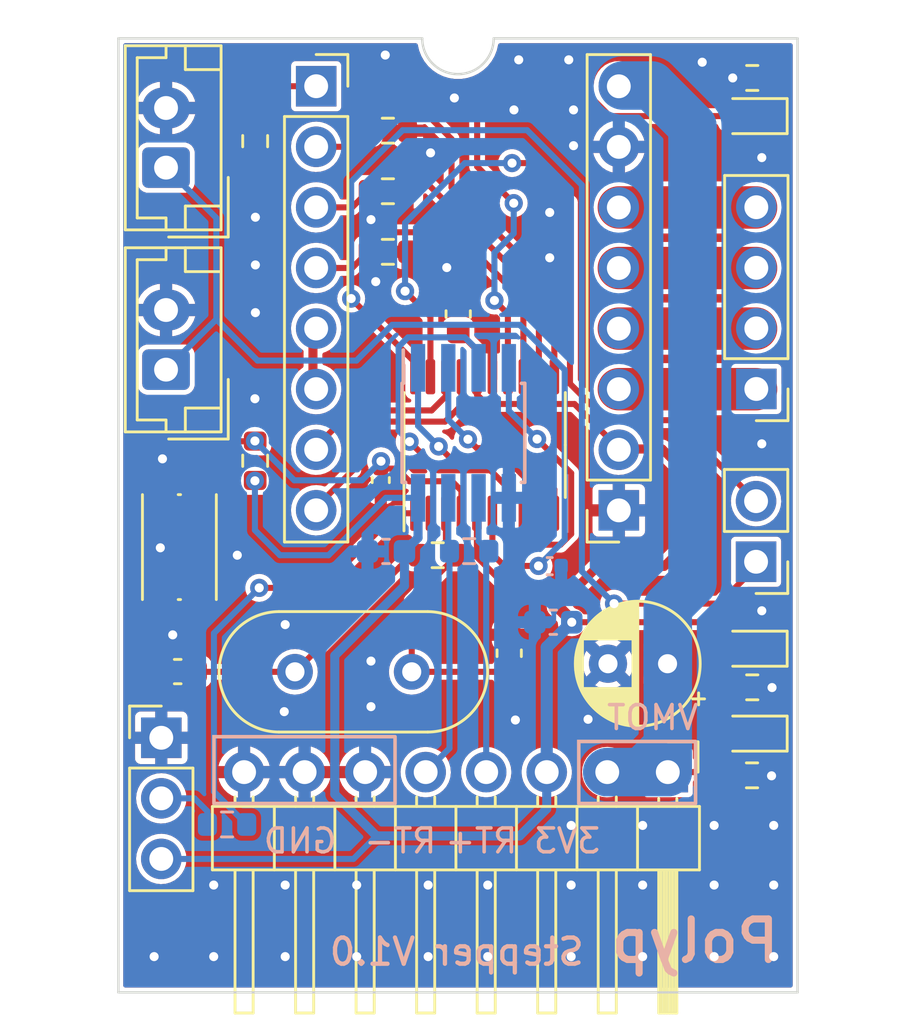
<source format=kicad_pcb>
(kicad_pcb (version 20211014) (generator pcbnew)
  (layers (0 "F.Cu" signal) (31 "B.Cu" signal) (34 "B.Paste" user) (35 "F.Paste" user) (36 "B.SilkS" user "B.Silkscreen") (37 "F.SilkS" user "F.Silkscreen") (38 "B.Mask" user) (39 "F.Mask" user) (44 "Edge.Cuts" user))
  (net 0 "")
  (net 1 "GND")
  (net 2 "+3V3")
  (net 3 "/OSC_IN")
  (net 4 "/OSC_OUT")
  (net 5 "/LIMIT_SW_0")
  (net 6 "/~{RESET}")
  (net 7 "Net-(D1-Pad1)")
  (net 8 "/LED")
  (net 9 "/1B")
  (net 10 "/1A")
  (net 11 "Net-(J7-Pad5)")
  (net 12 "VPP")
  (net 13 "/RS485-")
  (net 14 "/RS485+")
  (net 15 "/SWCLK")
  (net 16 "/SWDIO")
  (net 17 "/BOOT0")
  (net 18 "/MS1")
  (net 19 "/M_EN")
  (net 20 "/MS2")
  (net 21 "/MS3")
  (net 22 "/RS485_DE")
  (net 23 "/RS485_TX")
  (net 24 "/RS485_RX")
  (net 25 "/~{RS485_RE}")
  (net 26 "/STEP")
  (net 27 "/DIR")
  (net 28 "Net-(J6-Pad2)")
  (net 29 "Net-(D3-Pad1)")
  (net 30 "Net-(D2-Pad1)")
  (net 31 "/2B")
  (net 32 "/2A")
  (footprint "Capacitor_SMD:C_0603_1608Metric" (layer "F.Cu") (at 134.99 80.55)
    (fp_text reference "C3" hide)
    (fp_text value "22pF")
    (pad "1" smd roundrect (at -0.775 0) (size 0.9 0.95) (layers "F.Cu" "F.Paste" "F.Mask") (net 1 "GND"))
    (pad "2" smd roundrect (at 0.775 0) (size 0.9 0.95) (layers "F.Cu" "F.Paste" "F.Mask") (net 3 "/OSC_IN"))
  )
  (footprint "Capacitor_THT:CP_Radial_D5.0mm_P2.50mm" (layer "F.Cu") (at 155.545113 80.22 180)
    (fp_text reference "C1" hide)
    (fp_text value "100uF")
    (pad "1" thru_hole rect (at 0 0 180) (size 1.6 1.6) (drill 0.8) (layers *.Cu *.Mask) (net 12 "VPP"))
    (pad "2" thru_hole circle (at 2.5 0 180) (size 1.6 1.6) (drill 0.8) (layers *.Cu *.Mask) (net 1 "GND"))
  )
  (footprint "Crystal:Crystal_HC18-U_Vertical" (layer "F.Cu") (at 144.81 80.56 180)
    (fp_text reference "Y1" hide)
    (fp_text value "8MHz")
    (pad "1" thru_hole circle (at 0 0 180) (size 1.5 1.5) (drill 0.8) (layers *.Cu *.Mask) (net 4 "/OSC_OUT"))
    (pad "2" thru_hole circle (at 4.9 0 180) (size 1.5 1.5) (drill 0.8) (layers *.Cu *.Mask) (net 3 "/OSC_IN"))
  )
  (footprint "Capacitor_SMD:C_0603_1608Metric" (layer "F.Cu") (at 148.9 79.78 -90)
    (fp_text reference "C6" hide)
    (fp_text value "22pF")
    (pad "1" smd roundrect (at -0.775 0 270) (size 0.9 0.95) (layers "F.Cu" "F.Paste" "F.Mask") (net 1 "GND"))
    (pad "2" smd roundrect (at 0.775 0 270) (size 0.9 0.95) (layers "F.Cu" "F.Paste" "F.Mask") (net 4 "/OSC_OUT"))
  )
  (footprint "Connector_PinHeader_2.54mm:PinHeader_1x04_P2.54mm_Vertical" (layer "F.Cu") (at 159.27 68.7 180)
    (fp_text reference "J1" hide)
    (fp_text value "Limit Switch")
    (pad "1" thru_hole rect (at 0 0 180) (size 1.7 1.7) (drill 1) (layers *.Cu *.Mask) (net 9 "/1B"))
    (pad "2" thru_hole oval (at 0 2.54 180) (size 1.7 1.7) (drill 1) (layers *.Cu *.Mask) (net 10 "/1A"))
    (pad "3" thru_hole oval (at 0 5.08 180) (size 1.7 1.7) (drill 1) (layers *.Cu *.Mask) (net 32 "/2A"))
    (pad "4" thru_hole oval (at 0 7.62 180) (size 1.7 1.7) (drill 1) (layers *.Cu *.Mask) (net 31 "/2B"))
  )
  (footprint "Resistor_SMD:R_0603_1608Metric" (layer "F.Cu") (at 143.81 62.95)
    (fp_text reference "R4" hide)
    (fp_text value "10k")
    (pad "1" smd roundrect (at -0.825 0) (size 0.8 0.95) (layers "F.Cu" "F.Paste" "F.Mask") (net 21 "/MS3"))
    (pad "2" smd roundrect (at 0.825 0) (size 0.8 0.95) (layers "F.Cu" "F.Paste" "F.Mask") (net 1 "GND"))
  )
  (footprint "Connector_PinSocket_2.54mm:PinSocket_1x08_P2.54mm_Vertical" (layer "F.Cu") (at 153.5 73.79 180)
    (fp_text reference "J8" hide)
    (fp_text value "Conn_01x08_Female")
    (pad "1" thru_hole rect (at 0 0 180) (size 1.7 1.7) (drill 1) (layers *.Cu *.Mask) (net 1 "GND"))
    (pad "2" thru_hole oval (at 0 2.54 180) (size 1.7 1.7) (drill 1) (layers *.Cu *.Mask) (net 2 "+3V3"))
    (pad "3" thru_hole oval (at 0 5.08 180) (size 1.7 1.7) (drill 1) (layers *.Cu *.Mask) (net 9 "/1B"))
    (pad "4" thru_hole oval (at 0 7.62 180) (size 1.7 1.7) (drill 1) (layers *.Cu *.Mask) (net 10 "/1A"))
    (pad "5" thru_hole oval (at 0 10.16 180) (size 1.7 1.7) (drill 1) (layers *.Cu *.Mask) (net 32 "/2A"))
    (pad "6" thru_hole oval (at 0 12.7 180) (size 1.7 1.7) (drill 1) (layers *.Cu *.Mask) (net 31 "/2B"))
    (pad "7" thru_hole oval (at 0 15.24 180) (size 1.7 1.7) (drill 1) (layers *.Cu *.Mask) (net 1 "GND"))
    (pad "8" thru_hole oval (at 0 17.78 180) (size 1.7 1.7) (drill 1) (layers *.Cu *.Mask) (net 12 "VPP"))
  )
  (footprint "Connector_JST:JST_EH_B2B-EH-A_1x02_P2.50mm_Vertical" (layer "F.Cu") (at 134.5 59.42 90)
    (fp_text reference "J3" hide)
    (fp_text value "Limit Switch")
    (pad "1" thru_hole roundrect (at 0 0 90) (size 1.7 2) (drill 1) (layers *.Cu *.Mask) (roundrect_rratio 0.147059) (net 5 "/LIMIT_SW_0"))
    (pad "2" thru_hole oval (at 2.5 0 90) (size 1.7 2) (drill 1) (layers *.Cu *.Mask) (net 1 "GND"))
  )
  (footprint "Connector_PinHeader_2.54mm:PinHeader_1x03_P2.54mm_Vertical" (layer "F.Cu") (at 134.3 83.325)
    (fp_text reference "J6" hide)
    (fp_text value "Conn_01x04_Male")
    (pad "1" thru_hole rect (at 0 0) (size 1.7 1.7) (drill 1) (layers *.Cu *.Mask) (net 1 "GND"))
    (pad "2" thru_hole oval (at 0 2.54) (size 1.7 1.7) (drill 1) (layers *.Cu *.Mask) (net 28 "Net-(J6-Pad2)"))
    (pad "3" thru_hole oval (at 0 5.08) (size 1.7 1.7) (drill 1) (layers *.Cu *.Mask) (net 2 "+3V3"))
  )
  (footprint "Resistor_SMD:R_0603_1608Metric" (layer "F.Cu") (at 145.9 75.67 180)
    (fp_text reference "R6" hide)
    (fp_text value "1M")
    (pad "1" smd roundrect (at -0.825 0 180) (size 0.8 0.95) (layers "F.Cu" "F.Paste" "F.Mask") (net 4 "/OSC_OUT"))
    (pad "2" smd roundrect (at 0.825 0 180) (size 0.8 0.95) (layers "F.Cu" "F.Paste" "F.Mask") (net 3 "/OSC_IN"))
  )
  (footprint "Resistor_SMD:R_0603_1608Metric" (layer "F.Cu") (at 159.1 55.66 180)
    (fp_text reference "R7" hide)
    (fp_text value "1K")
    (pad "1" smd roundrect (at -0.825 0 180) (size 0.8 0.95) (layers "F.Cu" "F.Paste" "F.Mask") (net 7 "Net-(D1-Pad1)"))
    (pad "2" smd roundrect (at 0.825 0 180) (size 0.8 0.95) (layers "F.Cu" "F.Paste" "F.Mask") (net 1 "GND"))
  )
  (footprint "Resistor_SMD:R_0603_1608Metric" (layer "F.Cu") (at 138.24 58.31 -90)
    (fp_text reference "R2" hide)
    (fp_text value "10k")
    (pad "1" smd roundrect (at -0.825 0 270) (size 0.8 0.95) (layers "F.Cu" "F.Paste" "F.Mask") (net 19 "/M_EN"))
    (pad "2" smd roundrect (at 0.825 0 270) (size 0.8 0.95) (layers "F.Cu" "F.Paste" "F.Mask") (net 1 "GND"))
  )
  (footprint "LED_SMD:LED_0603_1608Metric" (layer "F.Cu") (at 159.08 79.59 180)
    (fp_text reference "D2" hide)
    (fp_text value "LED_Small_Filled")
    (pad "1" smd roundrect (at -0.7875 0 180) (size 0.875 0.95) (layers "F.Cu" "F.Paste" "F.Mask") (net 30 "Net-(D2-Pad1)"))
    (pad "2" smd roundrect (at 0.7875 0 180) (size 0.875 0.95) (layers "F.Cu" "F.Paste" "F.Mask") (net 2 "+3V3"))
  )
  (footprint "Capacitor_SMD:C_0603_1608Metric" (layer "F.Cu") (at 146.76 65.56 -90)
    (fp_text reference "C5" hide)
    (fp_text value "0.1uF")
    (pad "1" smd roundrect (at -0.775 0 270) (size 0.9 0.95) (layers "F.Cu" "F.Paste" "F.Mask") (net 1 "GND"))
    (pad "2" smd roundrect (at 0.775 0 270) (size 0.9 0.95) (layers "F.Cu" "F.Paste" "F.Mask") (net 2 "+3V3"))
  )
  (footprint "LED_SMD:LED_0603_1608Metric" (layer "F.Cu") (at 159.08 57.26 180)
    (fp_text reference "D1" hide)
    (fp_text value "LED_Small_Filled")
    (pad "1" smd roundrect (at -0.7875 0 180) (size 0.875 0.95) (layers "F.Cu" "F.Paste" "F.Mask") (net 7 "Net-(D1-Pad1)"))
    (pad "2" smd roundrect (at 0.7875 0 180) (size 0.875 0.95) (layers "F.Cu" "F.Paste" "F.Mask") (net 8 "/LED"))
  )
  (footprint "Capacitor_SMD:C_0402_1005Metric" (layer "F.Cu") (at 143.51 72.52 -90)
    (fp_text reference "C8" hide)
    (fp_text value "10nF")
    (pad "1" smd roundrect (at -0.48 0 270) (size 0.56 0.62) (layers "F.Cu" "F.Paste" "F.Mask") (net 6 "/~{RESET}"))
    (pad "2" smd roundrect (at 0.48 0 270) (size 0.56 0.62) (layers "F.Cu" "F.Paste" "F.Mask") (net 1 "GND"))
  )
  (footprint "Connector_PinHeader_2.54mm:PinHeader_1x02_P2.54mm_Vertical" (layer "F.Cu") (at 159.26 75.945 180)
    (fp_text reference "J5" hide)
    (fp_text value "Conn_01x08_Male")
    (pad "1" thru_hole rect (at 0 0 180) (size 1.7 1.7) (drill 1) (layers *.Cu *.Mask) (net 15 "/SWCLK"))
    (pad "2" thru_hole oval (at 0 2.54 180) (size 1.7 1.7) (drill 1) (layers *.Cu *.Mask) (net 16 "/SWDIO"))
  )
  (footprint "Resistor_SMD:R_0603_1608Metric" (layer "F.Cu") (at 143.81 60.41)
    (fp_text reference "R3" hide)
    (fp_text value "10k")
    (pad "1" smd roundrect (at -0.825 0) (size 0.8 0.95) (layers "F.Cu" "F.Paste" "F.Mask") (net 20 "/MS2"))
    (pad "2" smd roundrect (at 0.825 0) (size 0.8 0.95) (layers "F.Cu" "F.Paste" "F.Mask") (net 1 "GND"))
  )
  (footprint "Resistor_SMD:R_0603_1608Metric" (layer "F.Cu") (at 159.09 84.9)
    (fp_text reference "R10" hide)
    (fp_text value "10k")
    (pad "1" smd roundrect (at -0.825 0) (size 0.8 0.95) (layers "F.Cu" "F.Paste" "F.Mask") (net 29 "Net-(D3-Pad1)"))
    (pad "2" smd roundrect (at 0.825 0) (size 0.8 0.95) (layers "F.Cu" "F.Paste" "F.Mask") (net 1 "GND"))
  )
  (footprint "Resistor_SMD:R_0603_1608Metric" (layer "F.Cu") (at 143.81 57.87)
    (fp_text reference "R1" hide)
    (fp_text value "10k")
    (pad "1" smd roundrect (at -0.825 0) (size 0.8 0.95) (layers "F.Cu" "F.Paste" "F.Mask") (net 18 "/MS1"))
    (pad "2" smd roundrect (at 0.825 0) (size 0.8 0.95) (layers "F.Cu" "F.Paste" "F.Mask") (net 1 "GND"))
  )
  (footprint "Connector_PinSocket_2.54mm:PinSocket_1x08_P2.54mm_Vertical" (layer "F.Cu") (at 140.8 56.007)
    (fp_text reference "J7" hide)
    (fp_text value "Conn_01x08_Female")
    (pad "1" thru_hole rect (at 0 0) (size 1.7 1.7) (drill 1) (layers *.Cu *.Mask) (net 19 "/M_EN"))
    (pad "2" thru_hole oval (at 0 2.54) (size 1.7 1.7) (drill 1) (layers *.Cu *.Mask) (net 18 "/MS1"))
    (pad "3" thru_hole oval (at 0 5.08) (size 1.7 1.7) (drill 1) (layers *.Cu *.Mask) (net 20 "/MS2"))
    (pad "4" thru_hole oval (at 0 7.62) (size 1.7 1.7) (drill 1) (layers *.Cu *.Mask) (net 21 "/MS3"))
    (pad "5" thru_hole oval (at 0 10.16) (size 1.7 1.7) (drill 1) (layers *.Cu *.Mask) (net 11 "Net-(J7-Pad5)"))
    (pad "6" thru_hole oval (at 0 12.7) (size 1.7 1.7) (drill 1) (layers *.Cu *.Mask) (net 11 "Net-(J7-Pad5)"))
    (pad "7" thru_hole oval (at 0 15.24) (size 1.7 1.7) (drill 1) (layers *.Cu *.Mask) (net 26 "/STEP"))
    (pad "8" thru_hole oval (at 0 17.78) (size 1.7 1.7) (drill 1) (layers *.Cu *.Mask) (net 27 "/DIR"))
  )
  (footprint "Connector_JST:JST_EH_B2B-EH-A_1x02_P2.50mm_Vertical" (layer "F.Cu") (at 134.5 67.89 90)
    (fp_text reference "J4" hide)
    (fp_text value "Limit Switch")
    (pad "1" thru_hole roundrect (at 0 0 90) (size 1.7 2) (drill 1) (layers *.Cu *.Mask) (roundrect_rratio 0.147059) (net 5 "/LIMIT_SW_0"))
    (pad "2" thru_hole oval (at 2.5 0 90) (size 1.7 2) (drill 1) (layers *.Cu *.Mask) (net 1 "GND"))
  )
  (footprint "Package_SO:TSSOP-20_4.4x6.5mm_P0.65mm" (layer "F.Cu") (at 147.87 71.05 90)
    (fp_text reference "U1" hide)
    (fp_text value "STM32F031F6Px")
    (pad "1" smd roundrect (at -2.8625 -2.925 90) (size 1.475 0.4) (layers "F.Cu" "F.Paste" "F.Mask") (net 17 "/BOOT0"))
    (pad "2" smd roundrect (at -2.8625 -2.275 90) (size 1.475 0.4) (layers "F.Cu" "F.Paste" "F.Mask") (net 3 "/OSC_IN"))
    (pad "3" smd roundrect (at -2.8625 -1.625 90) (size 1.475 0.4) (layers "F.Cu" "F.Paste" "F.Mask") (net 4 "/OSC_OUT"))
    (pad "4" smd roundrect (at -2.8625 -0.975 90) (size 1.475 0.4) (layers "F.Cu" "F.Paste" "F.Mask") (net 6 "/~{RESET}"))
    (pad "5" smd roundrect (at -2.8625 -0.325 90) (size 1.475 0.4) (layers "F.Cu" "F.Paste" "F.Mask") (net 2 "+3V3"))
    (pad "6" smd roundrect (at -2.8625 0.325 90) (size 1.475 0.4) (layers "F.Cu" "F.Paste" "F.Mask") (net 5 "/LIMIT_SW_0"))
    (pad "7" smd roundrect (at -2.8625 0.975 90) (size 1.475 0.4) (layers "F.Cu" "F.Paste" "F.Mask") (net 22 "/RS485_DE"))
    (pad "8" smd roundrect (at -2.8625 1.625 90) (size 1.475 0.4) (layers "F.Cu" "F.Paste" "F.Mask") (net 23 "/RS485_TX"))
    (pad "9" smd roundrect (at -2.8625 2.275 90) (size 1.475 0.4) (layers "F.Cu" "F.Paste" "F.Mask") (net 24 "/RS485_RX"))
    (pad "10" smd roundrect (at -2.8625 2.925 90) (size 1.475 0.4) (layers "F.Cu" "F.Paste" "F.Mask") (net 25 "/~{RS485_RE}"))
    (pad "11" smd roundrect (at 2.8625 2.925 90) (size 1.475 0.4) (layers "F.Cu" "F.Paste" "F.Mask") (net 18 "/MS1"))
    (pad "12" smd roundrect (at 2.8625 2.275 90) (size 1.475 0.4) (layers "F.Cu" "F.Paste" "F.Mask") (net 20 "/MS2"))
    (pad "13" smd roundrect (at 2.8625 1.625 90) (size 1.475 0.4) (layers "F.Cu" "F.Paste" "F.Mask") (net 21 "/MS3"))
    (pad "14" smd roundrect (at 2.8625 0.975 90) (size 1.475 0.4) (layers "F.Cu" "F.Paste" "F.Mask") (net 8 "/LED"))
    (pad "15" smd roundrect (at 2.8625 0.325 90) (size 1.475 0.4) (layers "F.Cu" "F.Paste" "F.Mask") (net 1 "GND"))
    (pad "16" smd roundrect (at 2.8625 -0.325 90) (size 1.475 0.4) (layers "F.Cu" "F.Paste" "F.Mask") (net 2 "+3V3"))
    (pad "17" smd roundrect (at 2.8625 -0.975 90) (size 1.475 0.4) (layers "F.Cu" "F.Paste" "F.Mask") (net 27 "/DIR"))
    (pad "18" smd roundrect (at 2.8625 -1.625 90) (size 1.475 0.4) (layers "F.Cu" "F.Paste" "F.Mask") (net 26 "/STEP"))
    (pad "19" smd roundrect (at 2.8625 -2.275 90) (size 1.475 0.4) (layers "F.Cu" "F.Paste" "F.Mask") (net 16 "/SWDIO"))
    (pad "20" smd roundrect (at 2.8625 -2.925 90) (size 1.475 0.4) (layers "F.Cu" "F.Paste" "F.Mask") (net 15 "/SWCLK"))
  )
  (footprint "Connector_PinHeader_2.54mm:PinHeader_1x08_P2.54mm_Horizontal" (layer "F.Cu") (at 155.555 84.765 -90)
    (fp_text reference "J2" hide)
    (fp_text value "Limit Switch")
    (pad "1" thru_hole rect (at 0 0 270) (size 1.7 1.7) (drill 1) (layers *.Cu *.Mask) (net 12 "VPP"))
    (pad "2" thru_hole oval (at 0 2.54 270) (size 1.7 1.7) (drill 1) (layers *.Cu *.Mask) (net 12 "VPP"))
    (pad "3" thru_hole oval (at 0 5.08 270) (size 1.7 1.7) (drill 1) (layers *.Cu *.Mask) (net 2 "+3V3"))
    (pad "4" thru_hole oval (at 0 7.62 270) (size 1.7 1.7) (drill 1) (layers *.Cu *.Mask) (net 14 "/RS485+"))
    (pad "5" thru_hole oval (at 0 10.16 270) (size 1.7 1.7) (drill 1) (layers *.Cu *.Mask) (net 13 "/RS485-"))
    (pad "6" thru_hole oval (at 0 12.7 270) (size 1.7 1.7) (drill 1) (layers *.Cu *.Mask) (net 1 "GND"))
    (pad "7" thru_hole oval (at 0 15.24 270) (size 1.7 1.7) (drill 1) (layers *.Cu *.Mask) (net 1 "GND"))
    (pad "8" thru_hole oval (at 0 17.78 270) (size 1.7 1.7) (drill 1) (layers *.Cu *.Mask) (net 1 "GND"))
  )
  (footprint "Button_Switch_SMD:SW_Push_1P1T_NO_CK_KMR2" (layer "F.Cu") (at 135.06 75.33 90)
    (fp_text reference "SW1" hide)
    (fp_text value "SW_Push")
    (pad "1" smd rect (at -2.05 -0.8 90) (size 0.9 1) (layers "F.Cu" "F.Paste" "F.Mask") (net 1 "GND"))
    (pad "1" smd rect (at 2.05 -0.8 90) (size 0.9 1) (layers "F.Cu" "F.Paste" "F.Mask") (net 1 "GND"))
    (pad "2" smd rect (at 2.05 0.8 90) (size 0.9 1) (layers "F.Cu" "F.Paste" "F.Mask") (net 6 "/~{RESET}"))
    (pad "2" smd rect (at -2.05 0.8 90) (size 0.9 1) (layers "F.Cu" "F.Paste" "F.Mask") (net 6 "/~{RESET}"))
  )
  (footprint "Resistor_SMD:R_0603_1608Metric" (layer "F.Cu") (at 159.1 81.21)
    (fp_text reference "R9" hide)
    (fp_text value "10k")
    (pad "1" smd roundrect (at -0.825 0) (size 0.8 0.95) (layers "F.Cu" "F.Paste" "F.Mask") (net 30 "Net-(D2-Pad1)"))
    (pad "2" smd roundrect (at 0.825 0) (size 0.8 0.95) (layers "F.Cu" "F.Paste" "F.Mask") (net 1 "GND"))
  )
  (footprint "Resistor_SMD:R_0603_1608Metric" (layer "F.Cu") (at 138.24 71.71 -90)
    (fp_text reference "R8" hide)
    (fp_text value "10K")
    (pad "1" smd roundrect (at -0.825 0 270) (size 0.8 0.95) (layers "F.Cu" "F.Paste" "F.Mask") (net 6 "/~{RESET}"))
    (pad "2" smd roundrect (at 0.825 0 270) (size 0.8 0.95) (layers "F.Cu" "F.Paste" "F.Mask") (net 2 "+3V3"))
  )
  (footprint "LED_SMD:LED_0603_1608Metric" (layer "F.Cu") (at 159.08 83.15 180)
    (fp_text reference "D3" hide)
    (fp_text value "LED_Small_Filled")
    (pad "1" smd roundrect (at -0.7875 0 180) (size 0.875 0.95) (layers "F.Cu" "F.Paste" "F.Mask") (net 29 "Net-(D3-Pad1)"))
    (pad "2" smd roundrect (at 0.7875 0 180) (size 0.875 0.95) (layers "F.Cu" "F.Paste" "F.Mask") (net 12 "VPP"))
  )
  (footprint "Resistor_SMD:R_0603_1608Metric" (layer "B.Cu") (at 137.06 86.96 180)
    (fp_text reference "R11" hide)
    (fp_text value "10K")
    (pad "1" smd roundrect (at -0.825 0 180) (size 0.8 0.95) (layers "B.Cu" "B.Paste" "B.Mask") (net 17 "/BOOT0"))
    (pad "2" smd roundrect (at 0.825 0 180) (size 0.8 0.95) (layers "B.Cu" "B.Paste" "B.Mask") (net 28 "Net-(J6-Pad2)"))
  )
  (footprint "Resistor_SMD:R_0603_1608Metric" (layer "B.Cu") (at 147.22 75.5)
    (fp_text reference "R5" hide)
    (fp_text value "120")
    (pad "1" smd roundrect (at -0.825 0) (size 0.8 0.95) (layers "B.Cu" "B.Paste" "B.Mask") (net 13 "/RS485-"))
    (pad "2" smd roundrect (at 0.825 0) (size 0.8 0.95) (layers "B.Cu" "B.Paste" "B.Mask") (net 14 "/RS485+"))
  )
  (footprint "Capacitor_SMD:C_0603_1608Metric" (layer "B.Cu") (at 143.73 75.51)
    (fp_text reference "C2" hide)
    (fp_text value "0.1uF")
    (pad "1" smd roundrect (at -0.775 0) (size 0.9 0.95) (layers "B.Cu" "B.Paste" "B.Mask") (net 1 "GND"))
    (pad "2" smd roundrect (at 0.775 0) (size 0.9 0.95) (layers "B.Cu" "B.Paste" "B.Mask") (net 2 "+3V3"))
  )
  (footprint "Capacitor_SMD:C_0402_1005Metric" (layer "B.Cu") (at 150.6 76.13 180)
    (fp_text reference "C7" hide)
    (fp_text value "10nF")
    (pad "1" smd roundrect (at -0.48 0 180) (size 0.56 0.62) (layers "B.Cu" "B.Paste" "B.Mask") (net 1 "GND"))
    (pad "2" smd roundrect (at 0.48 0 180) (size 0.56 0.62) (layers "B.Cu" "B.Paste" "B.Mask") (net 5 "/LIMIT_SW_0"))
  )
  (footprint "Capacitor_SMD:C_0603_1608Metric" (layer "B.Cu") (at 150.75 78.48)
    (fp_text reference "C4" hide)
    (fp_text value "10uF")
    (pad "1" smd roundrect (at -0.775 0) (size 0.9 0.95) (layers "B.Cu" "B.Paste" "B.Mask") (net 1 "GND"))
    (pad "2" smd roundrect (at 0.775 0) (size 0.9 0.95) (layers "B.Cu" "B.Paste" "B.Mask") (net 2 "+3V3"))
  )
  (footprint "Package_SO:PowerIntegrations_SO-8" (layer "B.Cu") (at 146.98 70.54 -90)
    (fp_text reference "U3" hide)
    (fp_text value "THVD1439DR")
    (pad "1" smd rect (at -2.725 1.905 270) (size 2 0.6) (layers "B.Cu" "B.Paste" "B.Mask") (net 24 "/RS485_RX"))
    (pad "2" smd rect (at -2.725 0.635 270) (size 2 0.6) (layers "B.Cu" "B.Paste" "B.Mask") (net 25 "/~{RS485_RE}"))
    (pad "3" smd rect (at -2.725 -0.635 270) (size 2 0.6) (layers "B.Cu" "B.Paste" "B.Mask") (net 22 "/RS485_DE"))
    (pad "4" smd rect (at -2.725 -1.905 270) (size 2 0.6) (layers "B.Cu" "B.Paste" "B.Mask") (net 23 "/RS485_TX"))
    (pad "5" smd rect (at 2.725 -1.905 270) (size 2 0.6) (layers "B.Cu" "B.Paste" "B.Mask") (net 1 "GND"))
    (pad "6" smd rect (at 2.725 -0.635 270) (size 2 0.6) (layers "B.Cu" "B.Paste" "B.Mask") (net 14 "/RS485+"))
    (pad "7" smd rect (at 2.725 0.635 270) (size 2 0.6) (layers "B.Cu" "B.Paste" "B.Mask") (net 13 "/RS485-"))
    (pad "8" smd rect (at 2.725 1.905 270) (size 2 0.6) (layers "B.Cu" "B.Paste" "B.Mask") (net 2 "+3V3"))
  )
  (gr_rect (start 136.51 83.28) (end 144.11 86.08) (layer "B.SilkS") (width 0.15) (fill none))
  (gr_rect (start 151.82 83.48) (end 156.72 86.08) (layer "B.SilkS") (width 0.15) (fill none))
  (gr_line (start 132.5 54) (end 132.5 94) (layer "Edge.Cuts") (width 0.1))
  (gr_line (start 132.5 94) (end 161 94) (layer "Edge.Cuts") (width 0.1))
  (gr_line (start 161 94) (end 161 54) (layer "Edge.Cuts") (width 0.1))
  (gr_line (start 161 54) (end 148.25 54) (layer "Edge.Cuts") (width 0.1))
  (gr_line (start 132.5 54) (end 145.25 54) (layer "Edge.Cuts") (width 0.1))
  (gr_arc (start 148.25 54) (mid 146.75 55.5) (end 145.25 54) (layer "Edge.Cuts") (width 0.1))
  (gr_text "3V3" (at 151.33 87.65) (layer "B.SilkS") (effects (font (size 1 1)) (justify mirror)))
  (gr_text "RT-" (at 144.33 87.65) (layer "B.SilkS") (effects (font (size 1 1)) (justify mirror)))
  (gr_text "RT+" (at 147.73 87.65) (layer "B.SilkS") (effects (font (size 1 1)) (justify mirror)))
  (gr_text "VMOT" (at 154.92 82.48) (layer "B.SilkS") (effects (font (size 1 1)) (justify mirror)))
  (gr_text "Polyp" (at 156.7 91.85) (layer "B.SilkS") (effects (font (size 1.7 1.7) (thickness 0.3)) (justify mirror)))
  (gr_text "Stepper V1.0" (at 146.7 92.3) (layer "B.SilkS") (effects (font (size 1.1 1.1) (thickness 0.18)) (justify mirror)))
  (gr_text "GND" (at 140.13 87.65) (layer "B.SilkS") (effects (font (size 1 1)) (justify mirror)))
  (segment (start 146.78 64.755) (end 146.78 64.11) (width 0.508) (layer "F.Cu") (net 1))
  (segment (start 146.78 64.11) (end 146.28 63.61) (width 0.508) (layer "F.Cu") (net 1))
  (via (at 148 92.5) (size 0.762) (drill 0.381) (layers "F.Cu" "B.Cu") (net 1))
  (via (at 158.28 55.66) (size 0.762) (drill 0.381) (layers "F.Cu" "B.Cu") (net 1))
  (via (at 150.6 63.2) (size 0.762) (drill 0.381) (layers "F.Cu" "B.Cu") (net 1))
  (via (at 145.6 58.8) (size 0.762) (drill 0.381) (layers "F.Cu" "B.Cu") (net 1))
  (via (at 151.5 87) (size 0.762) (drill 0.381) (layers "F.Cu" "B.Cu") (net 1))
  (via (at 139.5 89.5) (size 0.762) (drill 0.381) (layers "F.Cu" "B.Cu") (net 1))
  (via (at 157.5 89.5) (size 0.762) (drill 0.381) (layers "F.Cu" "B.Cu") (net 1))
  (via (at 134.35 71.63) (size 0.762) (drill 0.381) (layers "F.Cu" "B.Cu") (net 1))
  (via (at 160 89.5) (size 0.762) (drill 0.381) (layers "F.Cu" "B.Cu") (net 1))
  (via (at 151.4 54.9) (size 0.762) (drill 0.381) (layers "F.Cu" "B.Cu") (net 1))
  (via (at 139.5 78.58) (size 0.762) (drill 0.381) (layers "F.Cu" "B.Cu") (net 1))
  (via (at 146.28 63.61) (size 0.762) (drill 0.381) (layers "F.Cu" "B.Cu") (net 1))
  (via (at 143.1 82.02) (size 0.762) (drill 0.381) (layers "F.Cu" "B.Cu") (net 1))
  (via (at 143.1 80.11) (size 0.762) (drill 0.381) (layers "F.Cu" "B.Cu") (net 1))
  (via (at 136.5 92.5) (size 0.762) (drill 0.381) (layers "F.Cu" "B.Cu") (net 1))
  (via (at 159.91 84.92) (size 0.762) (drill 0.381) (layers "F.Cu" "B.Cu") (net 1))
  (via (at 157.5 87) (size 0.762) (drill 0.381) (layers "F.Cu" "B.Cu") (net 1))
  (via (at 149.1 57) (size 0.762) (drill 0.381) (layers "F.Cu" "B.Cu") (net 1))
  (via (at 148 89.5) (size 0.762) (drill 0.381) (layers "F.Cu" "B.Cu") (net 1))
  (via (at 139.46 82.23) (size 0.762) (drill 0.381) (layers "F.Cu" "B.Cu") (net 1))
  (via (at 151.5 92.5) (size 0.762) (drill 0.381) (layers "F.Cu" "B.Cu") (net 1))
  (via (at 138.25 65.5) (size 0.762) (drill 0.381) (layers "F.Cu" "B.Cu") (net 1))
  (via (at 149.16 82.58) (size 0.762) (drill 0.381) (layers "F.Cu" "B.Cu") (net 1))
  (via (at 143.7 54.7) (size 0.762) (drill 0.381) (layers "F.Cu" "B.Cu") (net 1))
  (via (at 157 55) (size 0.762) (drill 0.381) (layers "F.Cu" "B.Cu") (net 1))
  (via (at 151.6 58.5) (size 0.762) (drill 0.381) (layers "F.Cu" "B.Cu") (net 1))
  (via (at 151.6 57) (size 0.762) (drill 0.381) (layers "F.Cu" "B.Cu") (net 1))
  (via (at 149.3 54.9) (size 0.762) (drill 0.381) (layers "F.Cu" "B.Cu") (net 1))
  (via (at 146.6 56.5) (size 0.762) (drill 0.381) (layers "F.Cu" "B.Cu") (net 1))
  (via (at 154.5 89.5) (size 0.762) (drill 0.381) (layers "F.Cu" "B.Cu") (net 1))
  (via (at 143.1 61.6) (size 0.762) (drill 0.381) (layers "F.Cu" "B.Cu") (net 1))
  (via (at 160 92.5) (size 0.762) (drill 0.381) (layers "F.Cu" "B.Cu") (net 1))
  (via (at 137.49 75.67) (size 0.762) (drill 0.381) (layers "F.Cu" "B.Cu") (net 1))
  (via (at 160 87) (size 0.762) (drill 0.381) (layers "F.Cu" "B.Cu") (net 1))
  (via (at 138.25 61.5) (size 0.762) (drill 0.381) (layers "F.Cu" "B.Cu") (net 1))
  (via (at 145.5 92.5) (size 0.762) (drill 0.381) (layers "F.Cu" "B.Cu") (net 1))
  (via (at 143.3 64.2) (size 0.762) (drill 0.381) (layers "F.Cu" "B.Cu") (net 1))
  (via (at 138.25 63.5) (size 0.762) (drill 0.381) (layers "F.Cu" "B.Cu") (net 1))
  (via (at 142.5 89.5) (size 0.762) (drill 0.381) (layers "F.Cu" "B.Cu") (net 1))
  (via (at 159.5 71) (size 0.762) (drill 0.381) (layers "F.Cu" "B.Cu") (net 1))
  (via (at 152.21 82.55) (size 0.762) (drill 0.381) (layers "F.Cu" "B.Cu") (net 1))
  (via (at 159.5 59) (size 0.762) (drill 0.381) (layers "F.Cu" "B.Cu") (net 1))
  (via (at 159.5 78) (size 0.762) (drill 0.381) (layers "F.Cu" "B.Cu") (net 1))
  (via (at 134.26 75.36) (size 0.762) (drill 0.381) (layers "F.Cu" "B.Cu") (net 1))
  (via (at 138.23 69.11) (size 0.762) (drill 0.381) (layers "F.Cu" "B.Cu") (net 1))
  (via (at 136.5 89.5) (size 0.762) (drill 0.381) (layers "F.Cu" "B.Cu") (net 1))
  (via (at 151.5 89.5) (size 0.762) (drill 0.381) (layers "F.Cu" "B.Cu") (net 1))
  (via (at 159.93 81.22) (size 0.762) (drill 0.381) (layers "F.Cu" "B.Cu") (net 1))
  (via (at 145.5 89.5) (size 0.762) (drill 0.381) (layers "F.Cu" "B.Cu") (net 1))
  (via (at 139.5 92.5) (size 0.762) (drill 0.381) (layers "F.Cu" "B.Cu") (net 1))
  (via (at 154.5 87) (size 0.762) (drill 0.381) (layers "F.Cu" "B.Cu") (net 1))
  (via (at 154.5 92.5) (size 0.762) (drill 0.381) (layers "F.Cu" "B.Cu") (net 1))
  (via (at 157.5 92.5) (size 0.762) (drill 0.381) (layers "F.Cu" "B.Cu") (net 1))
  (via (at 134.78 79.01) (size 0.762) (drill 0.381) (layers "F.Cu" "B.Cu") (net 1))
  (via (at 150.6 61.3) (size 0.762) (drill 0.381) (layers "F.Cu" "B.Cu") (net 1))
  (via (at 142.5 92.5) (size 0.762) (drill 0.381) (layers "F.Cu" "B.Cu") (net 1))
  (via (at 134 92.5) (size 0.762) (drill 0.381) (layers "F.Cu" "B.Cu") (net 1))
  (segment (start 147.545 68.935) (end 147.545 68.1875) (width 0.254) (layer "F.Cu") (net 2))
  (segment (start 148.79 76.99) (end 150.1 76.99) (width 0.254) (layer "F.Cu") (net 2))
  (segment (start 153.67 71.217) (end 155.317 71.217) (width 0.381) (layer "F.Cu") (net 2))
  (segment (start 150.1 76.99) (end 150.935 77.825) (width 0.254) (layer "F.Cu") (net 2))
  (segment (start 158.2925 78.9625) (end 158.2925 79.59) (width 0.254) (layer "F.Cu") (net 2))
  (segment (start 155.4 76.14) (end 152.62 76.14) (width 0.381) (layer "F.Cu") (net 2))
  (segment (start 153.527 71.217) (end 151.64 69.33) (width 0.254) (layer "F.Cu") (net 2))
  (segment (start 153.67 71.217) (end 153.527 71.217) (width 0.254) (layer "F.Cu") (net 2))
  (segment (start 151.64 69.33) (end 147.94 69.33) (width 0.254) (layer "F.Cu") (net 2))
  (segment (start 157.81 78.48) (end 158.2925 78.9625) (width 0.254) (layer "F.Cu") (net 2))
  (segment (start 155.317 71.217) (end 156.04 71.94) (width 0.381) (layer "F.Cu") (net 2))
  (segment (start 156.04 75.5) (end 155.4 76.14) (width 0.381) (layer "F.Cu") (net 2))
  (segment (start 151.525 78.48) (end 151.525 78.415) (width 0.508) (layer "F.Cu") (net 2))
  (segment (start 151.525 78.415) (end 150.935 77.825) (width 0.508) (layer "F.Cu") (net 2))
  (segment (start 147.545 67.07) (end 146.78 66.305) (width 0.254) (layer "F.Cu") (net 2))
  (segment (start 151.525 78.48) (end 157.81 78.48) (width 0.254) (layer "F.Cu") (net 2))
  (segment (start 156.04 71.94) (end 156.04 75.5) (width 0.381) (layer "F.Cu") (net 2))
  (segment (start 147.545 75.745) (end 148.79 76.99) (width 0.254) (layer "F.Cu") (net 2))
  (segment (start 147.94 69.33) (end 147.545 68.935) (width 0.254) (layer "F.Cu") (net 2))
  (segment (start 147.545 68.1875) (end 147.545 67.07) (width 0.254) (layer "F.Cu") (net 2))
  (segment (start 152.62 76.14) (end 150.935 77.825) (width 0.381) (layer "F.Cu") (net 2))
  (segment (start 147.545 73.9125) (end 147.545 75.745) (width 0.254) (layer "F.Cu") (net 2))
  (via (at 138.23 72.55) (size 0.762) (drill 0.381) (layers "F.Cu" "B.Cu") (net 2))
  (via (at 151.525 78.48) (size 0.762) (drill 0.381) (layers "F.Cu" "B.Cu") (net 2))
  (segment (start 141.58 79.88) (end 141.58 85.69) (width 0.381) (layer "B.Cu") (net 2))
  (segment (start 144.505 75.51) (end 144.505 76.955) (width 0.381) (layer "B.Cu") (net 2))
  (segment (start 138.23 74.62) (end 139.28 75.67) (width 0.254) (layer "B.Cu") (net 2))
  (segment (start 145.075 74.94) (end 144.505 75.51) (width 0.381) (layer "B.Cu") (net 2))
  (segment (start 149.34 87.44) (end 150.475 86.305) (width 0.381) (layer "B.Cu") (net 2))
  (segment (start 145.075 73.265) (end 145.075 74.94) (width 0.381) (layer "B.Cu") (net 2))
  (segment (start 141.32 75.67) (end 143.725 73.265) (width 0.254) (layer "B.Cu") (net 2))
  (segment (start 141.58 85.69) (end 143.33 87.44) (width 0.381) (layer "B.Cu") (net 2))
  (segment (start 142.365 88.405) (end 143.33 87.44) (width 0.254) (layer "B.Cu") (net 2))
  (segment (start 134.3 88.405) (end 142.365 88.405) (width 0.254) (layer "B.Cu") (net 2))
  (segment (start 150.475 84.765) (end 150.475 79.53) (width 0.508) (layer "B.Cu") (net 2))
  (segment (start 138.23 72.55) (end 138.23 74.62) (width 0.254) (layer "B.Cu") (net 2))
  (segment (start 143.33 87.44) (end 145.3 87.44) (width 0.381) (layer "B.Cu") (net 2))
  (segment (start 145.3 87.44) (end 149.34 87.44) (width 0.381) (layer "B.Cu") (net 2))
  (segment (start 150.475 79.53) (end 151.525 78.48) (width 0.508) (layer "B.Cu") (net 2))
  (segment (start 150.475 86.305) (end 150.475 84.765) (width 0.381) (layer "B.Cu") (net 2))
  (segment (start 139.28 75.67) (end 141.32 75.67) (width 0.254) (layer "B.Cu") (net 2))
  (segment (start 143.725 73.265) (end 145.075 73.265) (width 0.254) (layer "B.Cu") (net 2))
  (segment (start 144.505 76.955) (end 141.58 79.88) (width 0.381) (layer "B.Cu") (net 2))
  (segment (start 144.8 75.67) (end 145.075 75.67) (width 0.254) (layer "F.Cu") (net 3))
  (segment (start 145.595 75.15) (end 145.075 75.67) (width 0.254) (layer "F.Cu") (net 3))
  (segment (start 145.595 73.9125) (end 145.595 75.15) (width 0.254) (layer "F.Cu") (net 3))
  (segment (start 139.91 80.56) (end 144.8 75.67) (width 0.254) (layer "F.Cu") (net 3))
  (segment (start 139.91 80.56) (end 135.795 80.56) (width 0.254) (layer "F.Cu") (net 3))
  (segment (start 135.795 80.56) (end 135.79 80.555) (width 0.254) (layer "F.Cu") (net 3))
  (segment (start 144.81 80.56) (end 144.81 77.585) (width 0.254) (layer "F.Cu") (net 4))
  (segment (start 146.245 75.19) (end 146.725 75.67) (width 0.254) (layer "F.Cu") (net 4))
  (segment (start 146.245 73.9125) (end 146.245 75.19) (width 0.254) (layer "F.Cu") (net 4))
  (segment (start 144.81 77.585) (end 146.725 75.67) (width 0.254) (layer "F.Cu") (net 4))
  (segment (start 144.81 80.56) (end 148.895 80.56) (width 0.254) (layer "F.Cu") (net 4))
  (segment (start 148.895 80.56) (end 148.9 80.555) (width 0.254) (layer "F.Cu") (net 4))
  (segment (start 148.69 76.12) (end 148.195 75.625) (width 0.254) (layer "F.Cu") (net 5))
  (segment (start 150.13 76.12) (end 148.69 76.12) (width 0.254) (layer "F.Cu") (net 5))
  (segment (start 148.195 75.625) (end 148.195 73.9125) (width 0.254) (layer "F.Cu") (net 5))
  (via (at 150.13 76.12) (size 0.762) (drill 0.381) (layers "F.Cu" "B.Cu") (net 5))
  (segment (start 140.89 67.51) (end 142.49 67.51) (width 0.254) (layer "B.Cu") (net 5))
  (segment (start 138.34 67.51) (end 140.89 67.51) (width 0.254) (layer "B.Cu") (net 5))
  (segment (start 143.99 66.01) (end 146.29 66.01) (width 0.254) (layer "B.Cu") (net 5))
  (segment (start 136.61 61.53) (end 134.5 59.42) (width 0.254) (layer "B.Cu") (net 5))
  (segment (start 151.23 67.9) (end 151.23 75.02) (width 0.254) (layer "B.Cu") (net 5))
  (segment (start 134.5 67.89) (end 136.61 65.78) (width 0.254) (layer "B.Cu") (net 5))
  (segment (start 136.61 65.78) (end 138.34 67.51) (width 0.254) (layer "B.Cu") (net 5))
  (segment (start 149.34 66.01) (end 150.14 66.81) (width 0.254) (layer "B.Cu") (net 5))
  (segment (start 142.49 67.51) (end 143.8 66.2) (width 0.254) (layer "B.Cu") (net 5))
  (segment (start 150.14 66.81) (end 151.23 67.9) (width 0.254) (layer "B.Cu") (net 5))
  (segment (start 136.61 65.78) (end 136.61 61.53) (width 0.254) (layer "B.Cu") (net 5))
  (segment (start 151.23 75.02) (end 150.13 76.12) (width 0.254) (layer "B.Cu") (net 5))
  (segment (start 146.29 66.01) (end 149.34 66.01) (width 0.254) (layer "B.Cu") (net 5))
  (segment (start 143.8 66.2) (end 143.99 66.01) (width 0.254) (layer "B.Cu") (net 5))
  (segment (start 144.18 72.04) (end 144.71 72.57) (width 0.254) (layer "F.Cu") (net 6))
  (segment (start 138.57 70.895) (end 136.695 70.895) (width 0.254) (layer "F.Cu") (net 6))
  (segment (start 144.71 72.57) (end 146.5 72.57) (width 0.254) (layer "F.Cu") (net 6))
  (segment (start 135.86 71.73) (end 135.86 73.28) (width 0.254) (layer "F.Cu") (net 6))
  (segment (start 135.86 77.38) (end 135.86 73.28) (width 0.254) (layer "F.Cu") (net 6))
  (segment (start 146.5 72.57) (end 146.895 72.965) (width 0.254) (layer "F.Cu") (net 6))
  (segment (start 146.895 72.965) (end 146.895 73.9125) (width 0.254) (layer "F.Cu") (net 6))
  (segment (start 136.695 70.895) (end 135.86 71.73) (width 0.254) (layer "F.Cu") (net 6))
  (segment (start 143.51 72.04) (end 144.18 72.04) (width 0.254) (layer "F.Cu") (net 6))
  (via (at 138.23 70.88) (size 0.762) (drill 0.381) (layers "F.Cu" "B.Cu") (net 6))
  (via (at 143.52 71.73) (size 0.762) (drill 0.381) (layers "F.Cu" "B.Cu") (net 6))
  (segment (start 138.23 70.88) (end 139.88 72.53) (width 0.254) (layer "B.Cu") (net 6))
  (segment (start 139.88 72.53) (end 142.72 72.53) (width 0.254) (layer "B.Cu") (net 6))
  (segment (start 142.72 72.53) (end 143.52 71.73) (width 0.254) (layer "B.Cu") (net 6))
  (segment (start 159.8675 57.26) (end 159.8675 55.6975) (width 0.254) (layer "F.Cu") (net 7))
  (segment (start 148.845 68.1875) (end 148.845 65.555) (width 0.254) (layer "F.Cu") (net 8))
  (segment (start 147.555 57.205) (end 147.555 58.935) (width 0.254) (layer "F.Cu") (net 8))
  (segment (start 151.99 56.13) (end 148.63 56.13) (width 0.254) (layer "F.Cu") (net 8))
  (segment (start 149.09 60.91) (end 147.555 59.375) (width 0.254) (layer "F.Cu") (net 8))
  (segment (start 148.845 65.555) (end 148.28 64.99) (width 0.254) (layer "F.Cu") (net 8))
  (segment (start 147.555 59.375) (end 147.555 58.935) (width 0.254) (layer "F.Cu") (net 8))
  (segment (start 148.63 56.13) (end 147.555 57.205) (width 0.254) (layer "F.Cu") (net 8))
  (segment (start 153.12 57.26) (end 151.99 56.13) (width 0.254) (layer "F.Cu") (net 8))
  (segment (start 158.2925 57.26) (end 153.12 57.26) (width 0.254) (layer "F.Cu") (net 8))
  (via (at 149.09 60.91) (size 0.762) (drill 0.381) (layers "F.Cu" "B.Cu") (net 8))
  (via (at 148.28 64.99) (size 0.762) (drill 0.381) (layers "F.Cu" "B.Cu") (net 8))
  (segment (start 148.28 62.99) (end 148.28 64.99) (width 0.254) (layer "B.Cu") (net 8))
  (segment (start 149.09 62.18) (end 149.09 60.91) (width 0.254) (layer "B.Cu") (net 8))
  (segment (start 149.09 62.18) (end 148.28 62.99) (width 0.254) (layer "B.Cu") (net 8))
  (segment (start 153.5 68.71) (end 159.26 68.71) (width 1.778) (layer "F.Cu") (net 9))
  (segment (start 159.26 68.71) (end 159.27 68.7) (width 0.254) (layer "F.Cu") (net 9))
  (segment (start 153.5 66.17) (end 159.26 66.17) (width 1.778) (layer "F.Cu") (net 10))
  (segment (start 159.26 66.17) (end 159.27 66.16) (width 0.254) (layer "F.Cu") (net 10))
  (segment (start 140.6652 68.707) (end 140.6652 66.167) (width 0.381) (layer "F.Cu") (net 11))
  (segment (start 158.2925 83.15) (end 156.6775 84.765) (width 0.254) (layer "F.Cu") (net 12))
  (segment (start 156.6775 84.765) (end 155.555 84.765) (width 0.254) (layer "F.Cu") (net 12))
  (segment (start 155.55501 80.62501) (end 155.55501 78.88499) (width 2.032) (layer "B.Cu") (net 12))
  (segment (start 156.59 57.694919) (end 154.872081 55.977) (width 2.032) (layer "B.Cu") (net 12))
  (segment (start 155.555 81.245) (end 155.555 83.675) (width 2.032) (layer "B.Cu") (net 12))
  (segment (start 155.555 79.805) (end 155.555 81.245) (width 2.032) (layer "B.Cu") (net 12))
  (segment (start 156.59 76.810016) (end 156.59 57.694919) (width 2.032) (layer "B.Cu") (net 12))
  (segment (start 155.55501 80.62501) (end 155.555 80.62502) (width 2.032) (layer "B.Cu") (net 12))
  (segment (start 155.555 78.885) (end 155.555 79.805) (width 2.032) (layer "B.Cu") (net 12))
  (segment (start 155.55501 78.88499) (end 155.555 78.885) (width 2.032) (layer "B.Cu") (net 12))
  (segment (start 155.555 83.675) (end 155.555 84.765) (width 2.032) (layer "B.Cu") (net 12))
  (segment (start 154.465 84.765) (end 153.015 84.765) (width 2.032) (layer "B.Cu") (net 12))
  (segment (start 155.555 83.675) (end 154.465 84.765) (width 2.032) (layer "B.Cu") (net 12))
  (segment (start 155.55501 77.845006) (end 156.59 76.810016) (width 2.032) (layer "B.Cu") (net 12))
  (segment (start 154.872081 55.977) (end 153.67 55.977) (width 2.032) (layer "B.Cu") (net 12))
  (segment (start 153.015 84.765) (end 155.555 84.765) (width 2.032) (layer "B.Cu") (net 12))
  (segment (start 155.55501 78.88499) (end 155.55501 77.845006) (width 2.032) (layer "B.Cu") (net 12))
  (segment (start 146.345 75.46) (end 146.395 75.51) (width 0.254) (layer "B.Cu") (net 13))
  (segment (start 146.395 75.51) (end 146.395 83.765) (width 0.254) (layer "B.Cu") (net 13))
  (segment (start 146.345 73.265) (end 146.345 75.46) (width 0.254) (layer "B.Cu") (net 13))
  (segment (start 146.395 83.765) (end 145.395 84.765) (width 0.254) (layer "B.Cu") (net 13))
  (segment (start 147.615 73.265) (end 147.615 75.08) (width 0.254) (layer "B.Cu") (net 14))
  (segment (start 147.935 75.62) (end 147.935 84.765) (width 0.254) (layer "B.Cu") (net 14))
  (segment (start 148.045 75.51) (end 147.935 75.62) (width 0.254) (layer "B.Cu") (net 14))
  (segment (start 147.615 75.08) (end 148.045 75.51) (width 0.254) (layer "B.Cu") (net 14))
  (segment (start 159.26 76.16) (end 159.26 75.945) (width 0.254) (layer "F.Cu") (net 15))
  (segment (start 153.3 77.7) (end 157.72 77.7) (width 0.254) (layer "F.Cu") (net 15))
  (segment (start 144.945 67.585) (end 142.27 64.91) (width 0.254) (layer "F.Cu") (net 15))
  (segment (start 157.72 77.7) (end 159.26 76.16) (width 0.254) (layer "F.Cu") (net 15))
  (segment (start 144.945 68.1875) (end 144.945 67.585) (width 0.254) (layer "F.Cu") (net 15))
  (via (at 153.3 77.7) (size 0.762) (drill 0.381) (layers "F.Cu" "B.Cu") (net 15))
  (via (at 142.27 64.91) (size 0.762) (drill 0.381) (layers "F.Cu" "B.Cu") (net 15))
  (segment (start 142.27 60.01) (end 144.43 57.85) (width 0.254) (layer "B.Cu") (net 15))
  (segment (start 151.95 76.35) (end 153.3 77.7) (width 0.254) (layer "B.Cu") (net 15))
  (segment (start 151.95 70.7) (end 151.95 76.35) (width 0.254) (layer "B.Cu") (net 15))
  (segment (start 144.43 57.85) (end 149.65 57.85) (width 0.254) (layer "B.Cu") (net 15))
  (segment (start 149.65 57.85) (end 151.21 59.41) (width 0.254) (layer "B.Cu") (net 15))
  (segment (start 151.21 59.41) (end 151.95 60.15) (width 0.254) (layer "B.Cu") (net 15))
  (segment (start 151.95 60.15) (end 151.95 70.7) (width 0.254) (layer "B.Cu") (net 15))
  (segment (start 142.27 64.91) (end 142.27 60.01) (width 0.254) (layer "B.Cu") (net 15))
  (segment (start 149.78 59.23) (end 151.45 60.9) (width 0.254) (layer "F.Cu") (net 16))
  (segment (start 145.595 68.1875) (end 145.595 65.665) (width 0.254) (layer "F.Cu") (net 16))
  (segment (start 152.98 70.01) (end 155.865 70.01) (width 0.254) (layer "F.Cu") (net 16))
  (segment (start 145.595 65.665) (end 144.53 64.6) (width 0.254) (layer "F.Cu") (net 16))
  (segment (start 149.02 59.23) (end 149.78 59.23) (width 0.254) (layer "F.Cu") (net 16))
  (segment (start 155.865 70.01) (end 159.26 73.405) (width 0.254) (layer "F.Cu") (net 16))
  (segment (start 151.45 60.9) (end 151.45 68.48) (width 0.254) (layer "F.Cu") (net 16))
  (segment (start 151.45 68.48) (end 152.98 70.01) (width 0.254) (layer "F.Cu") (net 16))
  (via (at 149.02 59.23) (size 0.762) (drill 0.381) (layers "F.Cu" "B.Cu") (net 16))
  (via (at 144.53 64.6) (size 0.762) (drill 0.381) (layers "F.Cu" "B.Cu") (net 16))
  (segment (start 144.53 61.74) (end 145.08 61.19) (width 0.254) (layer "B.Cu") (net 16))
  (segment (start 145.08 61.19) (end 147.04 59.23) (width 0.254) (layer "B.Cu") (net 16))
  (segment (start 144.53 64.6) (end 144.53 61.74) (width 0.254) (layer "B.Cu") (net 16))
  (segment (start 147.04 59.23) (end 149.02 59.23) (width 0.254) (layer "B.Cu") (net 16))
  (segment (start 144.1575 73.9125) (end 144.945 73.9125) (width 0.254) (layer "F.Cu") (net 17))
  (segment (start 138.41 77.04) (end 141.03 77.04) (width 0.254) (layer "F.Cu") (net 17))
  (segment (start 141.03 77.04) (end 144.1575 73.9125) (width 0.254) (layer "F.Cu") (net 17))
  (via (at 138.41 77.04) (size 0.762) (drill 0.381) (layers "F.Cu" "B.Cu") (net 17))
  (segment (start 136.51 85.585) (end 136.51 79.87) (width 0.254) (layer "B.Cu") (net 17))
  (segment (start 136.51 79.87) (end 136.51 78.97) (width 0.254) (layer "B.Cu") (net 17))
  (segment (start 136.51 78.97) (end 136.51 78.94) (width 0.254) (layer "B.Cu") (net 17))
  (segment (start 137.885 86.96) (end 136.51 85.585) (width 0.254) (layer "B.Cu") (net 17))
  (segment (start 136.51 78.94) (end 138.41 77.04) (width 0.254) (layer "B.Cu") (net 17))
  (segment (start 142.308 58.547) (end 140.6652 58.547) (width 0.254) (layer "F.Cu") (net 18))
  (segment (start 142.985 57.87) (end 142.308 58.547) (width 0.254) (layer "F.Cu") (net 18))
  (segment (start 142.985 57.87) (end 143.965 56.89) (width 0.254) (layer "F.Cu") (net 18))
  (segment (start 145.15 56.89) (end 146.48 58.22) (width 0.254) (layer "F.Cu") (net 18))
  (segment (start 150.795 64.565) (end 150.795 68.1875) (width 0.254) (layer "F.Cu") (net 18))
  (segment (start 146.48 60.25) (end 150.795 64.565) (width 0.254) (layer "F.Cu") (net 18))
  (segment (start 143.965 56.89) (end 145.15 56.89) (width 0.254) (layer "F.Cu") (net 18))
  (segment (start 146.48 58.22) (end 146.48 60.25) (width 0.254) (layer "F.Cu") (net 18))
  (segment (start 138.943 56.007) (end 140.8 56.007) (width 0.254) (layer "F.Cu") (net 19))
  (segment (start 138.24 57.485) (end 138.24 56.71) (width 0.254) (layer "F.Cu") (net 19))
  (segment (start 138.24 56.71) (end 138.943 56.007) (width 0.254) (layer "F.Cu") (net 19))
  (segment (start 150.145 64.767705) (end 144.937295 59.56) (width 0.254) (layer "F.Cu") (net 20))
  (segment (start 142.308 61.087) (end 140.6652 61.087) (width 0.254) (layer "F.Cu") (net 20))
  (segment (start 142.985 60.41) (end 142.308 61.087) (width 0.254) (layer "F.Cu") (net 20))
  (segment (start 143.835 59.56) (end 142.985 60.41) (width 0.254) (layer "F.Cu") (net 20))
  (segment (start 144.937295 59.56) (end 143.835 59.56) (width 0.254) (layer "F.Cu") (net 20))
  (segment (start 150.145 68.1875) (end 150.145 64.767705) (width 0.254) (layer "F.Cu") (net 20))
  (segment (start 146.62 62.13) (end 143.805 62.13) (width 0.254) (layer "F.Cu") (net 21))
  (segment (start 143.805 62.13) (end 142.985 62.95) (width 0.254) (layer "F.Cu") (net 21))
  (segment (start 142.308 63.627) (end 140.6652 63.627) (width 0.254) (layer "F.Cu") (net 21))
  (segment (start 149.495 68.1875) (end 149.495 65.005) (width 0.254) (layer "F.Cu") (net 21))
  (segment (start 149.495 65.005) (end 146.62 62.13) (width 0.254) (layer "F.Cu") (net 21))
  (segment (start 142.985 62.95) (end 142.308 63.627) (width 0.254) (layer "F.Cu") (net 21))
  (segment (start 148.845 72.845) (end 148.845 73.9125) (width 0.254) (layer "F.Cu") (net 22))
  (segment (start 148.11 72.11) (end 148.845 72.845) (width 0.254) (layer "F.Cu") (net 22))
  (segment (start 145.92 72.11) (end 148.11 72.11) (width 0.254) (layer "F.Cu") (net 22))
  (segment (start 144.72 70.91) (end 145.92 72.11) (width 0.254) (layer "F.Cu") (net 22))
  (via (at 144.72 70.91) (size 0.762) (drill 0.381) (layers "F.Cu" "B.Cu") (net 22))
  (segment (start 147.615 67.815) (end 147.615 67.115) (width 0.254) (layer "B.Cu") (net 22))
  (segment (start 144.26 70.45) (end 144.72 70.91) (width 0.254) (layer "B.Cu") (net 22))
  (segment (start 147.615 67.115) (end 147.036089 66.536089) (width 0.254) (layer "B.Cu") (net 22))
  (segment (start 144.26 66.93) (end 144.26 70.45) (width 0.254) (layer "B.Cu") (net 22))
  (segment (start 144.653911 66.536089) (end 144.26 66.93) (width 0.254) (layer "B.Cu") (net 22))
  (segment (start 147.036089 66.536089) (end 144.653911 66.536089) (width 0.254) (layer "B.Cu") (net 22))
  (segment (start 150.07 70.8) (end 151.5 72.23) (width 0.254) (layer "F.Cu") (net 23))
  (segment (start 151.5 72.23) (end 151.5 74.78) (width 0.254) (layer "F.Cu") (net 23))
  (segment (start 151.5 74.78) (end 151.05 75.23) (width 0.254) (layer "F.Cu") (net 23))
  (segment (start 151.05 75.23) (end 149.9 75.23) (width 0.254) (layer "F.Cu") (net 23))
  (segment (start 149.495 74.825) (end 149.495 73.9125) (width 0.254) (layer "F.Cu") (net 23))
  (segment (start 149.9 75.23) (end 149.495 74.825) (width 0.254) (layer "F.Cu") (net 23))
  (via (at 150.07 70.8) (size 0.762) (drill 0.381) (layers "F.Cu" "B.Cu") (net 23))
  (segment (start 148.885 67.815) (end 148.885 69.615) (width 0.254) (layer "B.Cu") (net 23))
  (segment (start 148.885 69.615) (end 150.07 70.8) (width 0.254) (layer "B.Cu") (net 23))
  (segment (start 150.145 72.995) (end 150.145 73.9125) (width 0.254) (layer "F.Cu") (net 24))
  (segment (start 145.94 71.11) (end 146.49 71.66) (width 0.254) (layer "F.Cu") (net 24))
  (segment (start 148.81 71.66) (end 150.145 72.995) (width 0.254) (layer "F.Cu") (net 24))
  (segment (start 146.49 71.66) (end 148.81 71.66) (width 0.254) (layer "F.Cu") (net 24))
  (via (at 145.94 71.11) (size 0.762) (drill 0.381) (layers "F.Cu" "B.Cu") (net 24))
  (segment (start 145.075 67.815) (end 145.075 70.245) (width 0.254) (layer "B.Cu") (net 24))
  (segment (start 145.075 70.245) (end 145.94 71.11) (width 0.254) (layer "B.Cu") (net 24))
  (segment (start 149.06 71.18) (end 147.54 71.18) (width 0.254) (layer "F.Cu") (net 25))
  (segment (start 150.795 72.915) (end 149.06 71.18) (width 0.254) (layer "F.Cu") (net 25))
  (segment (start 150.795 73.9125) (end 150.795 72.915) (width 0.254) (layer "F.Cu") (net 25))
  (segment (start 147.54 71.18) (end 147.17 70.81) (width 0.254) (layer "F.Cu") (net 25))
  (via (at 147.17 70.81) (size 0.762) (drill 0.381) (layers "F.Cu" "B.Cu") (net 25))
  (segment (start 146.345 69.985) (end 147.17 70.81) (width 0.254) (layer "B.Cu") (net 25))
  (segment (start 146.345 67.815) (end 146.345 69.985) (width 0.254) (layer "B.Cu") (net 25))
  (segment (start 145.646744 69.6) (end 142.3122 69.6) (width 0.254) (layer "F.Cu") (net 26))
  (segment (start 142.3122 69.6) (end 140.6652 71.247) (width 0.254) (layer "F.Cu") (net 26))
  (segment (start 146.245 68.1875) (end 146.245 69.001744) (width 0.254) (layer "F.Cu") (net 26))
  (segment (start 146.245 69.001744) (end 145.646744 69.6) (width 0.254) (layer "F.Cu") (net 26))
  (segment (start 142.8 70.07) (end 146.21 70.07) (width 0.254) (layer "F.Cu") (net 27))
  (segment (start 140.6652 73.787) (end 142.36 72.0922) (width 0.254) (layer "F.Cu") (net 27))
  (segment (start 146.895 69.385) (end 146.895 68.1875) (width 0.254) (layer "F.Cu") (net 27))
  (segment (start 142.36 70.51) (end 142.8 70.07) (width 0.254) (layer "F.Cu") (net 27))
  (segment (start 146.21 70.07) (end 146.895 69.385) (width 0.254) (layer "F.Cu") (net 27))
  (segment (start 142.36 72.0922) (end 142.36 70.51) (width 0.254) (layer "F.Cu") (net 27))
  (segment (start 136.235 86.405) (end 136.235 86.96) (width 0.254) (layer "B.Cu") (net 28))
  (segment (start 135.695 85.865) (end 136.235 86.405) (width 0.254) (layer "B.Cu") (net 28))
  (segment (start 134.3 85.865) (end 135.695 85.865) (width 0.254) (layer "B.Cu") (net 28))
  (segment (start 158.265 84.7525) (end 159.8675 83.15) (width 0.254) (layer "F.Cu") (net 29))
  (segment (start 158.265 84.9) (end 158.265 84.7525) (width 0.254) (layer "F.Cu") (net 29))
  (segment (start 158.275 81.1825) (end 159.8675 79.59) (width 0.254) (layer "F.Cu") (net 30))
  (segment (start 158.275 81.21) (end 158.275 81.1825) (width 0.254) (layer "F.Cu") (net 30))
  (segment (start 153.5 61.09) (end 159.26 61.09) (width 1.778) (layer "F.Cu") (net 31))
  (segment (start 159.26 61.09) (end 159.27 61.08) (width 0.254) (layer "F.Cu") (net 31))
  (segment (start 159.26 63.63) (end 159.27 63.62) (width 0.254) (layer "F.Cu") (net 32))
  (segment (start 153.5 63.63) (end 159.26 63.63) (width 1.778) (layer "F.Cu") (net 32))
  (zone (net 1) (net_name "GND") (layer "F.Cu") (connect_pads (clearance 0.2032)) (min_thickness 0.1651) (fill yes (thermal_gap 0.254) (thermal_bridge_width 0.508))
    (polygon (pts (xy 161 94) (xy 132.5 94) (xy 132.5 54) (xy 161 54)))
  )
  (zone (net 1) (net_name "GND") (layer "B.Cu") (connect_pads (clearance 0.2032)) (min_thickness 0.1651) (fill yes (thermal_gap 0.254) (thermal_bridge_width 0.508))
    (polygon (pts (xy 161 94) (xy 132.5 94) (xy 132.5 54) (xy 161 54)))
  )
)
</source>
